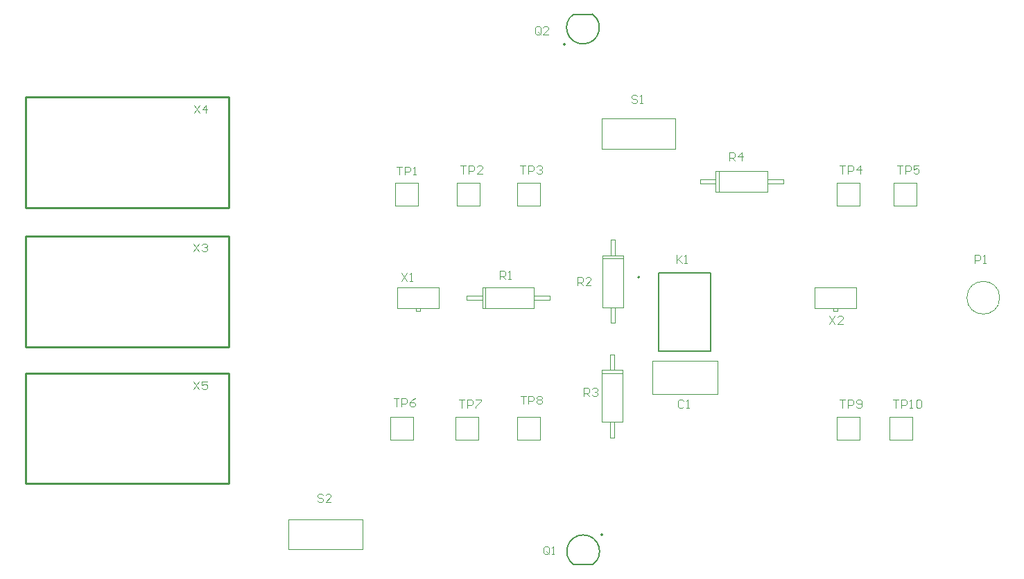
<source format=gbr>
G04*
G04 #@! TF.GenerationSoftware,Altium Limited,Altium Designer,24.1.2 (44)*
G04*
G04 Layer_Color=16711935*
%FSLAX44Y44*%
%MOMM*%
G71*
G04*
G04 #@! TF.SameCoordinates,9659F079-296E-40C6-98A9-55E0524B4074*
G04*
G04*
G04 #@! TF.FilePolarity,Positive*
G04*
G01*
G75*
%ADD10C,0.2000*%
%ADD11C,0.1270*%
%ADD12C,0.0500*%
%ADD13C,0.1000*%
%ADD16C,0.2540*%
D10*
X745752Y100360D02*
G03*
X745752Y100360I-1432J0D01*
G01*
X700112Y699890D02*
G03*
X700112Y699890I-1432J0D01*
G01*
X790500Y415000D02*
G03*
X790500Y415000I-1000J0D01*
G01*
D11*
X733118Y63600D02*
G03*
X710161Y63600I-11479J16393D01*
G01*
X709882Y736650D02*
G03*
X732840Y736650I11479J-16393D01*
G01*
X710060Y63700D02*
X733260D01*
X709740Y736550D02*
X732940D01*
X813500Y420700D02*
X877000D01*
X813500Y324800D02*
X877000D01*
X813500D02*
Y420700D01*
X877000Y324800D02*
Y420700D01*
D12*
X834250Y572250D02*
Y608750D01*
X744250Y572250D02*
Y608750D01*
Y572250D02*
X834250D01*
X744250Y608750D02*
X834250D01*
X452000Y82250D02*
Y118750D01*
X362000Y82250D02*
Y118750D01*
Y82250D02*
X452000D01*
X362000Y118750D02*
X452000D01*
D13*
X1230250Y390000D02*
G03*
X1230250Y390000I-20000J0D01*
G01*
X744300Y297940D02*
X769700D01*
X744300Y301699D02*
X769700D01*
X744300Y238301D02*
X769700D01*
X754460Y320800D02*
X759540D01*
X754460Y219200D02*
X759540D01*
X769700Y238301D02*
Y301699D01*
X744300Y238301D02*
Y301699D01*
X759540Y301750D02*
Y320800D01*
Y219200D02*
Y238250D01*
X754460Y301750D02*
Y320800D01*
Y219200D02*
Y238250D01*
X1004600Y402700D02*
X1055400D01*
X1004600Y377300D02*
Y402700D01*
Y377300D02*
X1055400D01*
Y402700D01*
X1027460Y373490D02*
Y377300D01*
Y373490D02*
X1032540D01*
Y377300D01*
X640745Y502249D02*
Y530249D01*
X668745Y502249D02*
Y530249D01*
X640745D02*
X668745D01*
X640745Y502249D02*
X668745D01*
X567750Y502250D02*
Y530250D01*
X595750Y502250D02*
Y530250D01*
X567750D02*
X595750D01*
X567750Y502250D02*
X595750D01*
X491745Y502249D02*
Y530249D01*
X519745Y502249D02*
Y530249D01*
X491745D02*
X519745D01*
X491745Y502249D02*
X519745D01*
X641000Y216000D02*
Y244000D01*
X669000Y216000D02*
Y244000D01*
X641000D02*
X669000D01*
X641000Y216000D02*
X669000D01*
X566000D02*
Y244000D01*
X594000Y216000D02*
Y244000D01*
X566000D02*
X594000D01*
X566000Y216000D02*
X594000D01*
X486000D02*
Y244000D01*
X514000Y216000D02*
Y244000D01*
X486000D02*
X514000D01*
X486000Y216000D02*
X514000D01*
X1101000Y502250D02*
Y530250D01*
X1129000Y502250D02*
Y530250D01*
X1101000D02*
X1129000D01*
X1101000Y502250D02*
X1129000D01*
X1031000D02*
Y530250D01*
X1059000Y502250D02*
Y530250D01*
X1031000D02*
X1059000D01*
X1031000Y502250D02*
X1059000D01*
X1031000Y216000D02*
Y244000D01*
X1059000Y216000D02*
Y244000D01*
X1031000D02*
X1059000D01*
X1031000Y216000D02*
X1059000D01*
X1096000D02*
X1124000D01*
X1096000Y244000D02*
X1124000D01*
X1096000Y216000D02*
Y244000D01*
X1124000Y216000D02*
Y244000D01*
X494600Y402700D02*
X545400D01*
X494600Y377300D02*
Y402700D01*
Y377300D02*
X545400D01*
Y402700D01*
X517460Y373490D02*
Y377300D01*
Y373490D02*
X522540D01*
Y377300D01*
X661750Y387460D02*
X680800D01*
X579200D02*
X598250D01*
X661750Y392540D02*
X680800D01*
X579200D02*
X598250D01*
X598301Y377300D02*
X661699D01*
X598301Y402700D02*
X661699D01*
X680800Y387460D02*
Y392540D01*
X579200Y387460D02*
Y392540D01*
X661699Y377300D02*
Y402700D01*
X598301Y377300D02*
Y402700D01*
X602060Y377300D02*
Y402700D01*
X754960Y359200D02*
Y378250D01*
Y441750D02*
Y460800D01*
X760040Y359200D02*
Y378250D01*
Y441750D02*
Y460800D01*
X744800Y378301D02*
Y441699D01*
X770200Y378301D02*
Y441699D01*
X754960Y359200D02*
X760040D01*
X754960Y460800D02*
X760040D01*
X744800Y378301D02*
X770200D01*
X744800Y441699D02*
X770200D01*
X744800Y437940D02*
X770200D01*
X946750Y529960D02*
X965800D01*
X864200D02*
X883250D01*
X946750Y535040D02*
X965800D01*
X864200D02*
X883250D01*
X883301Y519800D02*
X946699D01*
X883301Y545200D02*
X946699D01*
X965800Y529960D02*
Y535040D01*
X864200Y529960D02*
Y535040D01*
X946699Y519800D02*
Y545200D01*
X883301Y519800D02*
Y545200D01*
X887060Y519800D02*
Y545200D01*
X806000Y272500D02*
Y312500D01*
X846000Y272500D02*
X886000D01*
Y312500D01*
X806000D02*
X886000D01*
X806000Y272500D02*
X846000D01*
X787664Y635831D02*
X785998Y637497D01*
X782666D01*
X781000Y635831D01*
Y634165D01*
X782666Y632498D01*
X785998D01*
X787664Y630832D01*
Y629166D01*
X785998Y627500D01*
X782666D01*
X781000Y629166D01*
X790997Y627500D02*
X794329D01*
X792663D01*
Y637497D01*
X790997Y635831D01*
X403665Y148831D02*
X401998Y150497D01*
X398666D01*
X397000Y148831D01*
Y147164D01*
X398666Y145498D01*
X401998D01*
X403665Y143832D01*
Y142166D01*
X401998Y140500D01*
X398666D01*
X397000Y142166D01*
X413661Y140500D02*
X406997D01*
X413661Y147164D01*
Y148831D01*
X411995Y150497D01*
X408663D01*
X406997Y148831D01*
X679665Y77916D02*
Y84581D01*
X677998Y86247D01*
X674666D01*
X673000Y84581D01*
Y77916D01*
X674666Y76250D01*
X677998D01*
X676332Y79582D02*
X679665Y76250D01*
X677998D02*
X679665Y77916D01*
X682997Y76250D02*
X686329D01*
X684663D01*
Y86247D01*
X682997Y84581D01*
X669415Y713416D02*
Y720081D01*
X667748Y721747D01*
X664416D01*
X662750Y720081D01*
Y713416D01*
X664416Y711750D01*
X667748D01*
X666082Y715082D02*
X669415Y711750D01*
X667748D02*
X669415Y713416D01*
X679411Y711750D02*
X672747D01*
X679411Y718415D01*
Y720081D01*
X677745Y721747D01*
X674413D01*
X672747Y720081D01*
X835500Y441997D02*
Y432000D01*
Y435332D01*
X842165Y441997D01*
X837166Y436998D01*
X842165Y432000D01*
X845497D02*
X848829D01*
X847163D01*
Y441997D01*
X845497Y440331D01*
X246000Y287747D02*
X252665Y277750D01*
Y287747D02*
X246000Y277750D01*
X262661Y287747D02*
X255997D01*
Y282748D01*
X259329Y284415D01*
X260995D01*
X262661Y282748D01*
Y279416D01*
X260995Y277750D01*
X257663D01*
X255997Y279416D01*
X246250Y625497D02*
X252915Y615500D01*
Y625497D02*
X246250Y615500D01*
X261245D02*
Y625497D01*
X256247Y620498D01*
X262911D01*
X246000Y456247D02*
X252665Y446250D01*
Y456247D02*
X246000Y446250D01*
X255997Y454581D02*
X257663Y456247D01*
X260995D01*
X262661Y454581D01*
Y452915D01*
X260995Y451248D01*
X259329D01*
X260995D01*
X262661Y449582D01*
Y447916D01*
X260995Y446250D01*
X257663D01*
X255997Y447916D01*
X1200250Y432000D02*
Y441997D01*
X1205248D01*
X1206915Y440331D01*
Y436998D01*
X1205248Y435332D01*
X1200250D01*
X1210247Y432000D02*
X1213579D01*
X1211913D01*
Y441997D01*
X1210247Y440331D01*
X722500Y270000D02*
Y279997D01*
X727498D01*
X729165Y278331D01*
Y274998D01*
X727498Y273332D01*
X722500D01*
X725832D02*
X729165Y270000D01*
X732497Y278331D02*
X734163Y279997D01*
X737495D01*
X739161Y278331D01*
Y276665D01*
X737495Y274998D01*
X735829D01*
X737495D01*
X739161Y273332D01*
Y271666D01*
X737495Y270000D01*
X734163D01*
X732497Y271666D01*
X1022250Y367747D02*
X1028914Y357750D01*
Y367747D02*
X1022250Y357750D01*
X1038911D02*
X1032247D01*
X1038911Y364414D01*
Y366081D01*
X1037245Y367747D01*
X1033913D01*
X1032247Y366081D01*
X644750Y551247D02*
X651414D01*
X648082D01*
Y541250D01*
X654747D02*
Y551247D01*
X659745D01*
X661411Y549581D01*
Y546248D01*
X659745Y544582D01*
X654747D01*
X664744Y549581D02*
X666410Y551247D01*
X669742D01*
X671408Y549581D01*
Y547915D01*
X669742Y546248D01*
X668076D01*
X669742D01*
X671408Y544582D01*
Y542916D01*
X669742Y541250D01*
X666410D01*
X664744Y542916D01*
X571750Y551247D02*
X578414D01*
X575082D01*
Y541250D01*
X581747D02*
Y551247D01*
X586745D01*
X588411Y549581D01*
Y546248D01*
X586745Y544582D01*
X581747D01*
X598408Y541250D02*
X591744D01*
X598408Y547915D01*
Y549581D01*
X596742Y551247D01*
X593410D01*
X591744Y549581D01*
X493750Y550247D02*
X500415D01*
X497082D01*
Y540250D01*
X503747D02*
Y550247D01*
X508745D01*
X510411Y548581D01*
Y545248D01*
X508745Y543582D01*
X503747D01*
X513744Y540250D02*
X517076D01*
X515410D01*
Y550247D01*
X513744Y548581D01*
X645000Y269997D02*
X651665D01*
X648332D01*
Y260000D01*
X654997D02*
Y269997D01*
X659995D01*
X661661Y268331D01*
Y264998D01*
X659995Y263332D01*
X654997D01*
X664994Y268331D02*
X666660Y269997D01*
X669992D01*
X671658Y268331D01*
Y266665D01*
X669992Y264998D01*
X671658Y263332D01*
Y261666D01*
X669992Y260000D01*
X666660D01*
X664994Y261666D01*
Y263332D01*
X666660Y264998D01*
X664994Y266665D01*
Y268331D01*
X666660Y264998D02*
X669992D01*
X570000Y264997D02*
X576665D01*
X573332D01*
Y255000D01*
X579997D02*
Y264997D01*
X584995D01*
X586661Y263331D01*
Y259998D01*
X584995Y258332D01*
X579997D01*
X589994Y264997D02*
X596658D01*
Y263331D01*
X589994Y256666D01*
Y255000D01*
X490000Y266997D02*
X496665D01*
X493332D01*
Y257000D01*
X499997D02*
Y266997D01*
X504995D01*
X506661Y265331D01*
Y261998D01*
X504995Y260332D01*
X499997D01*
X516658Y266997D02*
X513326Y265331D01*
X509994Y261998D01*
Y258666D01*
X511660Y257000D01*
X514992D01*
X516658Y258666D01*
Y260332D01*
X514992Y261998D01*
X509994D01*
X1105000Y551247D02*
X1111665D01*
X1108332D01*
Y541250D01*
X1114997D02*
Y551247D01*
X1119995D01*
X1121661Y549581D01*
Y546248D01*
X1119995Y544582D01*
X1114997D01*
X1131658Y551247D02*
X1124994D01*
Y546248D01*
X1128326Y547915D01*
X1129992D01*
X1131658Y546248D01*
Y542916D01*
X1129992Y541250D01*
X1126660D01*
X1124994Y542916D01*
X1035000Y551247D02*
X1041665D01*
X1038332D01*
Y541250D01*
X1044997D02*
Y551247D01*
X1049995D01*
X1051661Y549581D01*
Y546248D01*
X1049995Y544582D01*
X1044997D01*
X1059992Y541250D02*
Y551247D01*
X1054994Y546248D01*
X1061658D01*
X1035000Y264997D02*
X1041665D01*
X1038332D01*
Y255000D01*
X1044997D02*
Y264997D01*
X1049995D01*
X1051661Y263331D01*
Y259998D01*
X1049995Y258332D01*
X1044997D01*
X1054994Y256666D02*
X1056660Y255000D01*
X1059992D01*
X1061658Y256666D01*
Y263331D01*
X1059992Y264997D01*
X1056660D01*
X1054994Y263331D01*
Y261665D01*
X1056660Y259998D01*
X1061658D01*
X1100000Y264997D02*
X1106665D01*
X1103332D01*
Y255000D01*
X1109997D02*
Y264997D01*
X1114995D01*
X1116661Y263331D01*
Y259998D01*
X1114995Y258332D01*
X1109997D01*
X1119994Y255000D02*
X1123326D01*
X1121660D01*
Y264997D01*
X1119994Y263331D01*
X1128324D02*
X1129990Y264997D01*
X1133323D01*
X1134989Y263331D01*
Y256666D01*
X1133323Y255000D01*
X1129990D01*
X1128324Y256666D01*
Y263331D01*
X500000Y419997D02*
X506665Y410000D01*
Y419997D02*
X500000Y410000D01*
X509997D02*
X513329D01*
X511663D01*
Y419997D01*
X509997Y418331D01*
X620000Y412500D02*
Y422497D01*
X624998D01*
X626665Y420831D01*
Y417498D01*
X624998Y415832D01*
X620000D01*
X623332D02*
X626665Y412500D01*
X629997D02*
X633329D01*
X631663D01*
Y422497D01*
X629997Y420831D01*
X714500Y405500D02*
Y415497D01*
X719498D01*
X721164Y413831D01*
Y410498D01*
X719498Y408832D01*
X714500D01*
X717832D02*
X721164Y405500D01*
X731161D02*
X724497D01*
X731161Y412164D01*
Y413831D01*
X729495Y415497D01*
X726163D01*
X724497Y413831D01*
X900000Y557500D02*
Y567497D01*
X904998D01*
X906665Y565831D01*
Y562498D01*
X904998Y560832D01*
X900000D01*
X903332D02*
X906665Y557500D01*
X914995D02*
Y567497D01*
X909997Y562498D01*
X916661D01*
X844165Y263331D02*
X842498Y264997D01*
X839166D01*
X837500Y263331D01*
Y256666D01*
X839166Y255000D01*
X842498D01*
X844165Y256666D01*
X847497Y255000D02*
X850829D01*
X849163D01*
Y264997D01*
X847497Y263331D01*
D16*
X288750Y162750D02*
Y297750D01*
X40750D02*
X288750D01*
X40750Y162750D02*
Y297750D01*
Y162750D02*
X288750D01*
X40500Y500000D02*
X288500D01*
X40500D02*
Y635000D01*
X288500D01*
Y500000D02*
Y635000D01*
X40500Y330000D02*
X288500D01*
X40500D02*
Y465000D01*
X288500D01*
Y330000D02*
Y465000D01*
M02*

</source>
